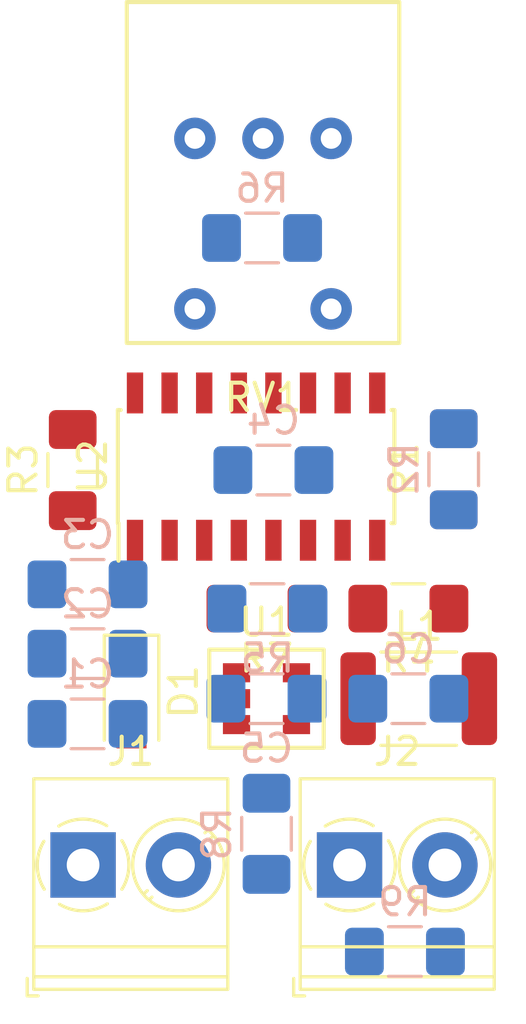
<source format=kicad_pcb>
(kicad_pcb (version 20171130) (host pcbnew 5.0.2+dfsg1-1)

  (general
    (thickness 1.6)
    (drawings 0)
    (tracks 1)
    (zones 0)
    (modules 22)
    (nets 16)
  )

  (page A4)
  (layers
    (0 F.Cu signal)
    (31 B.Cu signal)
    (32 B.Adhes user)
    (33 F.Adhes user)
    (34 B.Paste user)
    (35 F.Paste user)
    (36 B.SilkS user)
    (37 F.SilkS user)
    (38 B.Mask user)
    (39 F.Mask user)
    (40 Dwgs.User user)
    (41 Cmts.User user)
    (42 Eco1.User user)
    (43 Eco2.User user)
    (44 Edge.Cuts user)
    (45 Margin user)
    (46 B.CrtYd user)
    (47 F.CrtYd user)
    (48 B.Fab user)
    (49 F.Fab user hide)
  )

  (setup
    (last_trace_width 0.25)
    (trace_clearance 0.2)
    (zone_clearance 0.508)
    (zone_45_only no)
    (trace_min 0.2)
    (segment_width 0.2)
    (edge_width 0.1)
    (via_size 0.8)
    (via_drill 0.4)
    (via_min_size 0.4)
    (via_min_drill 0.3)
    (uvia_size 0.3)
    (uvia_drill 0.1)
    (uvias_allowed no)
    (uvia_min_size 0.2)
    (uvia_min_drill 0.1)
    (pcb_text_width 0.3)
    (pcb_text_size 1.5 1.5)
    (mod_edge_width 0.15)
    (mod_text_size 1 1)
    (mod_text_width 0.15)
    (pad_size 1.5 1.5)
    (pad_drill 0.6)
    (pad_to_mask_clearance 0)
    (solder_mask_min_width 0.25)
    (aux_axis_origin 0 0)
    (visible_elements FFFDFF7F)
    (pcbplotparams
      (layerselection 0x010fc_ffffffff)
      (usegerberextensions false)
      (usegerberattributes false)
      (usegerberadvancedattributes false)
      (creategerberjobfile false)
      (excludeedgelayer true)
      (linewidth 0.100000)
      (plotframeref false)
      (viasonmask false)
      (mode 1)
      (useauxorigin false)
      (hpglpennumber 1)
      (hpglpenspeed 20)
      (hpglpendiameter 15.000000)
      (psnegative false)
      (psa4output false)
      (plotreference true)
      (plotvalue true)
      (plotinvisibletext false)
      (padsonsilk false)
      (subtractmaskfromsilk false)
      (outputformat 1)
      (mirror false)
      (drillshape 1)
      (scaleselection 1)
      (outputdirectory ""))
  )

  (net 0 "")
  (net 1 GND)
  (net 2 "Net-(C1-Pad1)")
  (net 3 "Net-(L1-Pad1)")
  (net 4 "Net-(R7-Pad2)")
  (net 5 "Net-(C6-Pad1)")
  (net 6 "Net-(D1-Pad2)")
  (net 7 "Net-(J2-Pad2)")
  (net 8 Vref)
  (net 9 "Net-(U2-Pad10)")
  (net 10 "Net-(U2-Pad16)")
  (net 11 "Net-(R4-Pad2)")
  (net 12 "Net-(R6-Pad2)")
  (net 13 "Net-(C4-Pad1)")
  (net 14 "Net-(R1-Pad1)")
  (net 15 "Net-(R7-Pad1)")

  (net_class Default "This is the default net class."
    (clearance 0.2)
    (trace_width 0.25)
    (via_dia 0.8)
    (via_drill 0.4)
    (uvia_dia 0.3)
    (uvia_drill 0.1)
    (add_net GND)
    (add_net "Net-(C1-Pad1)")
    (add_net "Net-(C4-Pad1)")
    (add_net "Net-(C6-Pad1)")
    (add_net "Net-(D1-Pad2)")
    (add_net "Net-(J2-Pad2)")
    (add_net "Net-(L1-Pad1)")
    (add_net "Net-(R1-Pad1)")
    (add_net "Net-(R4-Pad2)")
    (add_net "Net-(R6-Pad2)")
    (add_net "Net-(R7-Pad1)")
    (add_net "Net-(R7-Pad2)")
    (add_net "Net-(U2-Pad10)")
    (add_net "Net-(U2-Pad16)")
    (add_net Vref)
  )

  (module TerminalBlock_Phoenix:TerminalBlock_Phoenix_PT-1,5-2-3.5-H_1x02_P3.50mm_Horizontal (layer F.Cu) (tedit 5B294F3F) (tstamp 5C51D1A5)
    (at 114.554 90.678)
    (descr "Terminal Block Phoenix PT-1,5-2-3.5-H, 2 pins, pitch 3.5mm, size 7x7.6mm^2, drill diamater 1.2mm, pad diameter 2.4mm, see , script-generated using https://github.com/pointhi/kicad-footprint-generator/scripts/TerminalBlock_Phoenix")
    (tags "THT Terminal Block Phoenix PT-1,5-2-3.5-H pitch 3.5mm size 7x7.6mm^2 drill 1.2mm pad 2.4mm")
    (path /5C3990C6)
    (fp_text reference J1 (at 1.75 -4.16) (layer F.SilkS)
      (effects (font (size 1 1) (thickness 0.15)))
    )
    (fp_text value Screw_Terminal_01x02 (at 1.75 5.56) (layer F.Fab)
      (effects (font (size 1 1) (thickness 0.15)))
    )
    (fp_arc (start 0 0) (end 0 1.68) (angle -32) (layer F.SilkS) (width 0.12))
    (fp_arc (start 0 0) (end 1.425 0.891) (angle -64) (layer F.SilkS) (width 0.12))
    (fp_arc (start 0 0) (end 0.866 -1.44) (angle -63) (layer F.SilkS) (width 0.12))
    (fp_arc (start 0 0) (end -1.44 -0.866) (angle -63) (layer F.SilkS) (width 0.12))
    (fp_arc (start 0 0) (end -0.866 1.44) (angle -32) (layer F.SilkS) (width 0.12))
    (fp_circle (center 0 0) (end 1.5 0) (layer F.Fab) (width 0.1))
    (fp_circle (center 3.5 0) (end 5 0) (layer F.Fab) (width 0.1))
    (fp_circle (center 3.5 0) (end 5.18 0) (layer F.SilkS) (width 0.12))
    (fp_line (start -1.75 -3.1) (end 5.25 -3.1) (layer F.Fab) (width 0.1))
    (fp_line (start 5.25 -3.1) (end 5.25 4.5) (layer F.Fab) (width 0.1))
    (fp_line (start 5.25 4.5) (end -1.35 4.5) (layer F.Fab) (width 0.1))
    (fp_line (start -1.35 4.5) (end -1.75 4.1) (layer F.Fab) (width 0.1))
    (fp_line (start -1.75 4.1) (end -1.75 -3.1) (layer F.Fab) (width 0.1))
    (fp_line (start -1.75 4.1) (end 5.25 4.1) (layer F.Fab) (width 0.1))
    (fp_line (start -1.81 4.1) (end 5.31 4.1) (layer F.SilkS) (width 0.12))
    (fp_line (start -1.75 3) (end 5.25 3) (layer F.Fab) (width 0.1))
    (fp_line (start -1.81 3) (end 5.31 3) (layer F.SilkS) (width 0.12))
    (fp_line (start -1.81 -3.16) (end 5.31 -3.16) (layer F.SilkS) (width 0.12))
    (fp_line (start -1.81 4.56) (end 5.31 4.56) (layer F.SilkS) (width 0.12))
    (fp_line (start -1.81 -3.16) (end -1.81 4.56) (layer F.SilkS) (width 0.12))
    (fp_line (start 5.31 -3.16) (end 5.31 4.56) (layer F.SilkS) (width 0.12))
    (fp_line (start 1.138 -0.955) (end -0.955 1.138) (layer F.Fab) (width 0.1))
    (fp_line (start 0.955 -1.138) (end -1.138 0.955) (layer F.Fab) (width 0.1))
    (fp_line (start 4.638 -0.955) (end 2.546 1.138) (layer F.Fab) (width 0.1))
    (fp_line (start 4.455 -1.138) (end 2.363 0.955) (layer F.Fab) (width 0.1))
    (fp_line (start 4.775 -1.069) (end 4.646 -0.941) (layer F.SilkS) (width 0.12))
    (fp_line (start 2.525 1.181) (end 2.431 1.274) (layer F.SilkS) (width 0.12))
    (fp_line (start 4.57 -1.275) (end 4.476 -1.181) (layer F.SilkS) (width 0.12))
    (fp_line (start 2.355 0.941) (end 2.226 1.069) (layer F.SilkS) (width 0.12))
    (fp_line (start -2.05 4.16) (end -2.05 4.8) (layer F.SilkS) (width 0.12))
    (fp_line (start -2.05 4.8) (end -1.65 4.8) (layer F.SilkS) (width 0.12))
    (fp_line (start -2.25 -3.6) (end -2.25 5) (layer F.CrtYd) (width 0.05))
    (fp_line (start -2.25 5) (end 5.75 5) (layer F.CrtYd) (width 0.05))
    (fp_line (start 5.75 5) (end 5.75 -3.6) (layer F.CrtYd) (width 0.05))
    (fp_line (start 5.75 -3.6) (end -2.25 -3.6) (layer F.CrtYd) (width 0.05))
    (fp_text user %R (at 1.75 2.4) (layer F.Fab)
      (effects (font (size 1 1) (thickness 0.15)))
    )
    (pad 1 thru_hole rect (at 0 0) (size 2.4 2.4) (drill 1.2) (layers *.Cu *.Mask)
      (net 6 "Net-(D1-Pad2)"))
    (pad 2 thru_hole circle (at 3.5 0) (size 2.4 2.4) (drill 1.2) (layers *.Cu *.Mask)
      (net 1 GND))
    (model ${KISYS3DMOD}/TerminalBlock_Phoenix.3dshapes/TerminalBlock_Phoenix_PT-1,5-2-3.5-H_1x02_P3.50mm_Horizontal.wrl
      (at (xyz 0 0 0))
      (scale (xyz 1 1 1))
      (rotate (xyz 0 0 0))
    )
  )

  (module Diode_SMD:D_SOD-123F (layer F.Cu) (tedit 587F7769) (tstamp 5C46D1A3)
    (at 116.332 84.455 270)
    (descr D_SOD-123F)
    (tags D_SOD-123F)
    (path /5C4FE67B)
    (attr smd)
    (fp_text reference D1 (at -0.127 -1.905 270) (layer F.SilkS)
      (effects (font (size 1 1) (thickness 0.15)))
    )
    (fp_text value D_Schottky (at 0 2.1 270) (layer F.Fab)
      (effects (font (size 1 1) (thickness 0.15)))
    )
    (fp_text user %R (at -0.127 -1.905 270) (layer F.Fab)
      (effects (font (size 1 1) (thickness 0.15)))
    )
    (fp_line (start -2.2 -1) (end -2.2 1) (layer F.SilkS) (width 0.12))
    (fp_line (start 0.25 0) (end 0.75 0) (layer F.Fab) (width 0.1))
    (fp_line (start 0.25 0.4) (end -0.35 0) (layer F.Fab) (width 0.1))
    (fp_line (start 0.25 -0.4) (end 0.25 0.4) (layer F.Fab) (width 0.1))
    (fp_line (start -0.35 0) (end 0.25 -0.4) (layer F.Fab) (width 0.1))
    (fp_line (start -0.35 0) (end -0.35 0.55) (layer F.Fab) (width 0.1))
    (fp_line (start -0.35 0) (end -0.35 -0.55) (layer F.Fab) (width 0.1))
    (fp_line (start -0.75 0) (end -0.35 0) (layer F.Fab) (width 0.1))
    (fp_line (start -1.4 0.9) (end -1.4 -0.9) (layer F.Fab) (width 0.1))
    (fp_line (start 1.4 0.9) (end -1.4 0.9) (layer F.Fab) (width 0.1))
    (fp_line (start 1.4 -0.9) (end 1.4 0.9) (layer F.Fab) (width 0.1))
    (fp_line (start -1.4 -0.9) (end 1.4 -0.9) (layer F.Fab) (width 0.1))
    (fp_line (start -2.2 -1.15) (end 2.2 -1.15) (layer F.CrtYd) (width 0.05))
    (fp_line (start 2.2 -1.15) (end 2.2 1.15) (layer F.CrtYd) (width 0.05))
    (fp_line (start 2.2 1.15) (end -2.2 1.15) (layer F.CrtYd) (width 0.05))
    (fp_line (start -2.2 -1.15) (end -2.2 1.15) (layer F.CrtYd) (width 0.05))
    (fp_line (start -2.2 1) (end 1.65 1) (layer F.SilkS) (width 0.12))
    (fp_line (start -2.2 -1) (end 1.65 -1) (layer F.SilkS) (width 0.12))
    (pad 1 smd rect (at -1.4 0 270) (size 1.1 1.1) (layers F.Cu F.Paste F.Mask)
      (net 2 "Net-(C1-Pad1)"))
    (pad 2 smd rect (at 1.4 0 270) (size 1.1 1.1) (layers F.Cu F.Paste F.Mask)
      (net 6 "Net-(D1-Pad2)"))
    (model ${KISYS3DMOD}/Diode_SMD.3dshapes/D_SOD-123F.wrl
      (at (xyz 0 0 0))
      (scale (xyz 1 1 1))
      (rotate (xyz 0 0 0))
    )
  )

  (module ledcont:P091_S (layer F.Cu) (tedit 5C46A6F7) (tstamp 5C51D17B)
    (at 121.158 74.041 180)
    (path /5C458CC6)
    (fp_text reference RV1 (at 0 0.5 180) (layer F.SilkS)
      (effects (font (size 1 1) (thickness 0.15)))
    )
    (fp_text value SPST (at 0 -0.5 180) (layer F.Fab)
      (effects (font (size 1 1) (thickness 0.15)))
    )
    (fp_line (start 5 2.5) (end 5 15) (layer F.SilkS) (width 0.15))
    (fp_line (start -5 2.5) (end 5 2.5) (layer F.SilkS) (width 0.15))
    (fp_line (start -5 15) (end -5 2.5) (layer F.SilkS) (width 0.15))
    (fp_line (start 5 15) (end -5 15) (layer F.SilkS) (width 0.15))
    (pad 5 thru_hole circle (at 2.5 3.75 180) (size 1.524 1.524) (drill 0.762) (layers *.Cu *.Mask)
      (net 2 "Net-(C1-Pad1)"))
    (pad 4 thru_hole circle (at -2.5 3.75 180) (size 1.524 1.524) (drill 0.762) (layers *.Cu *.Mask)
      (net 13 "Net-(C4-Pad1)"))
    (pad 3 thru_hole circle (at 2.5 10 180) (size 1.524 1.524) (drill 0.762) (layers *.Cu *.Mask)
      (net 12 "Net-(R6-Pad2)"))
    (pad 2 thru_hole circle (at 0 10 180) (size 1.524 1.524) (drill 0.762) (layers *.Cu *.Mask)
      (net 1 GND))
    (pad 1 thru_hole circle (at -2.5 10 180) (size 1.524 1.524) (drill 0.762) (layers *.Cu *.Mask)
      (net 1 GND))
  )

  (module Resistor_SMD:R_1206_3216Metric_Pad1.42x1.75mm_HandSolder (layer B.Cu) (tedit 5B301BBD) (tstamp 5C51E927)
    (at 121.285 89.535 270)
    (descr "Resistor SMD 1206 (3216 Metric), square (rectangular) end terminal, IPC_7351 nominal with elongated pad for handsoldering. (Body size source: http://www.tortai-tech.com/upload/download/2011102023233369053.pdf), generated with kicad-footprint-generator")
    (tags "resistor handsolder")
    (path /5C392C2B)
    (attr smd)
    (fp_text reference R8 (at 0 1.82 270) (layer B.SilkS)
      (effects (font (size 1 1) (thickness 0.15)) (justify mirror))
    )
    (fp_text value 1k (at 0 -1.82 270) (layer B.Fab)
      (effects (font (size 1 1) (thickness 0.15)) (justify mirror))
    )
    (fp_line (start -1.6 -0.8) (end -1.6 0.8) (layer B.Fab) (width 0.1))
    (fp_line (start -1.6 0.8) (end 1.6 0.8) (layer B.Fab) (width 0.1))
    (fp_line (start 1.6 0.8) (end 1.6 -0.8) (layer B.Fab) (width 0.1))
    (fp_line (start 1.6 -0.8) (end -1.6 -0.8) (layer B.Fab) (width 0.1))
    (fp_line (start -0.602064 0.91) (end 0.602064 0.91) (layer B.SilkS) (width 0.12))
    (fp_line (start -0.602064 -0.91) (end 0.602064 -0.91) (layer B.SilkS) (width 0.12))
    (fp_line (start -2.45 -1.12) (end -2.45 1.12) (layer B.CrtYd) (width 0.05))
    (fp_line (start -2.45 1.12) (end 2.45 1.12) (layer B.CrtYd) (width 0.05))
    (fp_line (start 2.45 1.12) (end 2.45 -1.12) (layer B.CrtYd) (width 0.05))
    (fp_line (start 2.45 -1.12) (end -2.45 -1.12) (layer B.CrtYd) (width 0.05))
    (fp_text user %R (at 0 0 270) (layer B.Fab)
      (effects (font (size 0.8 0.8) (thickness 0.12)) (justify mirror))
    )
    (pad 1 smd roundrect (at -1.4875 0 270) (size 1.425 1.75) (layers B.Cu B.Paste B.Mask) (roundrect_rratio 0.175439)
      (net 4 "Net-(R7-Pad2)"))
    (pad 2 smd roundrect (at 1.4875 0 270) (size 1.425 1.75) (layers B.Cu B.Paste B.Mask) (roundrect_rratio 0.175439)
      (net 7 "Net-(J2-Pad2)"))
    (model ${KISYS3DMOD}/Resistor_SMD.3dshapes/R_1206_3216Metric.wrl
      (at (xyz 0 0 0))
      (scale (xyz 1 1 1))
      (rotate (xyz 0 0 0))
    )
  )

  (module Capacitor_SMD:C_1206_3216Metric_Pad1.42x1.75mm_HandSolder (layer B.Cu) (tedit 5B301BBE) (tstamp 5C51D317)
    (at 114.7175 85.505 180)
    (descr "Capacitor SMD 1206 (3216 Metric), square (rectangular) end terminal, IPC_7351 nominal with elongated pad for handsoldering. (Body size source: http://www.tortai-tech.com/upload/download/2011102023233369053.pdf), generated with kicad-footprint-generator")
    (tags "capacitor handsolder")
    (path /5C508752)
    (attr smd)
    (fp_text reference C1 (at 0 1.82 180) (layer B.SilkS)
      (effects (font (size 1 1) (thickness 0.15)) (justify mirror))
    )
    (fp_text value 10uF (at 0 -1.82 180) (layer B.Fab)
      (effects (font (size 1 1) (thickness 0.15)) (justify mirror))
    )
    (fp_text user %R (at 0 0 180) (layer B.Fab)
      (effects (font (size 0.8 0.8) (thickness 0.12)) (justify mirror))
    )
    (fp_line (start 2.45 -1.12) (end -2.45 -1.12) (layer B.CrtYd) (width 0.05))
    (fp_line (start 2.45 1.12) (end 2.45 -1.12) (layer B.CrtYd) (width 0.05))
    (fp_line (start -2.45 1.12) (end 2.45 1.12) (layer B.CrtYd) (width 0.05))
    (fp_line (start -2.45 -1.12) (end -2.45 1.12) (layer B.CrtYd) (width 0.05))
    (fp_line (start -0.602064 -0.91) (end 0.602064 -0.91) (layer B.SilkS) (width 0.12))
    (fp_line (start -0.602064 0.91) (end 0.602064 0.91) (layer B.SilkS) (width 0.12))
    (fp_line (start 1.6 -0.8) (end -1.6 -0.8) (layer B.Fab) (width 0.1))
    (fp_line (start 1.6 0.8) (end 1.6 -0.8) (layer B.Fab) (width 0.1))
    (fp_line (start -1.6 0.8) (end 1.6 0.8) (layer B.Fab) (width 0.1))
    (fp_line (start -1.6 -0.8) (end -1.6 0.8) (layer B.Fab) (width 0.1))
    (pad 2 smd roundrect (at 1.4875 0 180) (size 1.425 1.75) (layers B.Cu B.Paste B.Mask) (roundrect_rratio 0.175439)
      (net 1 GND))
    (pad 1 smd roundrect (at -1.4875 0 180) (size 1.425 1.75) (layers B.Cu B.Paste B.Mask) (roundrect_rratio 0.175439)
      (net 2 "Net-(C1-Pad1)"))
    (model ${KISYS3DMOD}/Capacitor_SMD.3dshapes/C_1206_3216Metric.wrl
      (at (xyz 0 0 0))
      (scale (xyz 1 1 1))
      (rotate (xyz 0 0 0))
    )
  )

  (module Capacitor_SMD:C_1206_3216Metric_Pad1.42x1.75mm_HandSolder (layer B.Cu) (tedit 5B301BBE) (tstamp 5C51D306)
    (at 114.7175 82.931 180)
    (descr "Capacitor SMD 1206 (3216 Metric), square (rectangular) end terminal, IPC_7351 nominal with elongated pad for handsoldering. (Body size source: http://www.tortai-tech.com/upload/download/2011102023233369053.pdf), generated with kicad-footprint-generator")
    (tags "capacitor handsolder")
    (path /5C50882D)
    (attr smd)
    (fp_text reference C2 (at 0 1.82 180) (layer B.SilkS)
      (effects (font (size 1 1) (thickness 0.15)) (justify mirror))
    )
    (fp_text value 1uF (at 0 -1.82 180) (layer B.Fab)
      (effects (font (size 1 1) (thickness 0.15)) (justify mirror))
    )
    (fp_line (start -1.6 -0.8) (end -1.6 0.8) (layer B.Fab) (width 0.1))
    (fp_line (start -1.6 0.8) (end 1.6 0.8) (layer B.Fab) (width 0.1))
    (fp_line (start 1.6 0.8) (end 1.6 -0.8) (layer B.Fab) (width 0.1))
    (fp_line (start 1.6 -0.8) (end -1.6 -0.8) (layer B.Fab) (width 0.1))
    (fp_line (start -0.602064 0.91) (end 0.602064 0.91) (layer B.SilkS) (width 0.12))
    (fp_line (start -0.602064 -0.91) (end 0.602064 -0.91) (layer B.SilkS) (width 0.12))
    (fp_line (start -2.45 -1.12) (end -2.45 1.12) (layer B.CrtYd) (width 0.05))
    (fp_line (start -2.45 1.12) (end 2.45 1.12) (layer B.CrtYd) (width 0.05))
    (fp_line (start 2.45 1.12) (end 2.45 -1.12) (layer B.CrtYd) (width 0.05))
    (fp_line (start 2.45 -1.12) (end -2.45 -1.12) (layer B.CrtYd) (width 0.05))
    (fp_text user %R (at 0 0 180) (layer B.Fab)
      (effects (font (size 0.8 0.8) (thickness 0.12)) (justify mirror))
    )
    (pad 1 smd roundrect (at -1.4875 0 180) (size 1.425 1.75) (layers B.Cu B.Paste B.Mask) (roundrect_rratio 0.175439)
      (net 2 "Net-(C1-Pad1)"))
    (pad 2 smd roundrect (at 1.4875 0 180) (size 1.425 1.75) (layers B.Cu B.Paste B.Mask) (roundrect_rratio 0.175439)
      (net 1 GND))
    (model ${KISYS3DMOD}/Capacitor_SMD.3dshapes/C_1206_3216Metric.wrl
      (at (xyz 0 0 0))
      (scale (xyz 1 1 1))
      (rotate (xyz 0 0 0))
    )
  )

  (module Capacitor_SMD:C_1206_3216Metric_Pad1.42x1.75mm_HandSolder (layer B.Cu) (tedit 5B301BBE) (tstamp 5C51D2F5)
    (at 114.7175 80.391 180)
    (descr "Capacitor SMD 1206 (3216 Metric), square (rectangular) end terminal, IPC_7351 nominal with elongated pad for handsoldering. (Body size source: http://www.tortai-tech.com/upload/download/2011102023233369053.pdf), generated with kicad-footprint-generator")
    (tags "capacitor handsolder")
    (path /5C50887B)
    (attr smd)
    (fp_text reference C3 (at 0 1.82 180) (layer B.SilkS)
      (effects (font (size 1 1) (thickness 0.15)) (justify mirror))
    )
    (fp_text value .1uF (at 0 -1.82 180) (layer B.Fab)
      (effects (font (size 1 1) (thickness 0.15)) (justify mirror))
    )
    (fp_text user %R (at 0 0 180) (layer B.Fab)
      (effects (font (size 0.8 0.8) (thickness 0.12)) (justify mirror))
    )
    (fp_line (start 2.45 -1.12) (end -2.45 -1.12) (layer B.CrtYd) (width 0.05))
    (fp_line (start 2.45 1.12) (end 2.45 -1.12) (layer B.CrtYd) (width 0.05))
    (fp_line (start -2.45 1.12) (end 2.45 1.12) (layer B.CrtYd) (width 0.05))
    (fp_line (start -2.45 -1.12) (end -2.45 1.12) (layer B.CrtYd) (width 0.05))
    (fp_line (start -0.602064 -0.91) (end 0.602064 -0.91) (layer B.SilkS) (width 0.12))
    (fp_line (start -0.602064 0.91) (end 0.602064 0.91) (layer B.SilkS) (width 0.12))
    (fp_line (start 1.6 -0.8) (end -1.6 -0.8) (layer B.Fab) (width 0.1))
    (fp_line (start 1.6 0.8) (end 1.6 -0.8) (layer B.Fab) (width 0.1))
    (fp_line (start -1.6 0.8) (end 1.6 0.8) (layer B.Fab) (width 0.1))
    (fp_line (start -1.6 -0.8) (end -1.6 0.8) (layer B.Fab) (width 0.1))
    (pad 2 smd roundrect (at 1.4875 0 180) (size 1.425 1.75) (layers B.Cu B.Paste B.Mask) (roundrect_rratio 0.175439)
      (net 1 GND))
    (pad 1 smd roundrect (at -1.4875 0 180) (size 1.425 1.75) (layers B.Cu B.Paste B.Mask) (roundrect_rratio 0.175439)
      (net 2 "Net-(C1-Pad1)"))
    (model ${KISYS3DMOD}/Capacitor_SMD.3dshapes/C_1206_3216Metric.wrl
      (at (xyz 0 0 0))
      (scale (xyz 1 1 1))
      (rotate (xyz 0 0 0))
    )
  )

  (module Capacitor_SMD:C_1206_3216Metric_Pad1.42x1.75mm_HandSolder (layer B.Cu) (tedit 5B301BBE) (tstamp 5C51D2E4)
    (at 121.539 76.2 180)
    (descr "Capacitor SMD 1206 (3216 Metric), square (rectangular) end terminal, IPC_7351 nominal with elongated pad for handsoldering. (Body size source: http://www.tortai-tech.com/upload/download/2011102023233369053.pdf), generated with kicad-footprint-generator")
    (tags "capacitor handsolder")
    (path /5C5F10E6)
    (attr smd)
    (fp_text reference C4 (at 0 1.82 180) (layer B.SilkS)
      (effects (font (size 1 1) (thickness 0.15)) (justify mirror))
    )
    (fp_text value .1uF (at 0 -1.82 180) (layer B.Fab)
      (effects (font (size 1 1) (thickness 0.15)) (justify mirror))
    )
    (fp_line (start -1.6 -0.8) (end -1.6 0.8) (layer B.Fab) (width 0.1))
    (fp_line (start -1.6 0.8) (end 1.6 0.8) (layer B.Fab) (width 0.1))
    (fp_line (start 1.6 0.8) (end 1.6 -0.8) (layer B.Fab) (width 0.1))
    (fp_line (start 1.6 -0.8) (end -1.6 -0.8) (layer B.Fab) (width 0.1))
    (fp_line (start -0.602064 0.91) (end 0.602064 0.91) (layer B.SilkS) (width 0.12))
    (fp_line (start -0.602064 -0.91) (end 0.602064 -0.91) (layer B.SilkS) (width 0.12))
    (fp_line (start -2.45 -1.12) (end -2.45 1.12) (layer B.CrtYd) (width 0.05))
    (fp_line (start -2.45 1.12) (end 2.45 1.12) (layer B.CrtYd) (width 0.05))
    (fp_line (start 2.45 1.12) (end 2.45 -1.12) (layer B.CrtYd) (width 0.05))
    (fp_line (start 2.45 -1.12) (end -2.45 -1.12) (layer B.CrtYd) (width 0.05))
    (fp_text user %R (at 0 0 180) (layer B.Fab)
      (effects (font (size 0.8 0.8) (thickness 0.12)) (justify mirror))
    )
    (pad 1 smd roundrect (at -1.4875 0 180) (size 1.425 1.75) (layers B.Cu B.Paste B.Mask) (roundrect_rratio 0.175439)
      (net 13 "Net-(C4-Pad1)"))
    (pad 2 smd roundrect (at 1.4875 0 180) (size 1.425 1.75) (layers B.Cu B.Paste B.Mask) (roundrect_rratio 0.175439)
      (net 1 GND))
    (model ${KISYS3DMOD}/Capacitor_SMD.3dshapes/C_1206_3216Metric.wrl
      (at (xyz 0 0 0))
      (scale (xyz 1 1 1))
      (rotate (xyz 0 0 0))
    )
  )

  (module Capacitor_SMD:C_1206_3216Metric_Pad1.42x1.75mm_HandSolder (layer B.Cu) (tedit 5B301BBE) (tstamp 5C51D2D3)
    (at 121.285 84.582)
    (descr "Capacitor SMD 1206 (3216 Metric), square (rectangular) end terminal, IPC_7351 nominal with elongated pad for handsoldering. (Body size source: http://www.tortai-tech.com/upload/download/2011102023233369053.pdf), generated with kicad-footprint-generator")
    (tags "capacitor handsolder")
    (path /5C3A8858)
    (attr smd)
    (fp_text reference C5 (at 0 1.82) (layer B.SilkS)
      (effects (font (size 1 1) (thickness 0.15)) (justify mirror))
    )
    (fp_text value 10uF (at 0 -1.82) (layer B.Fab)
      (effects (font (size 1 1) (thickness 0.15)) (justify mirror))
    )
    (fp_text user %R (at 0 0) (layer B.Fab)
      (effects (font (size 0.8 0.8) (thickness 0.12)) (justify mirror))
    )
    (fp_line (start 2.45 -1.12) (end -2.45 -1.12) (layer B.CrtYd) (width 0.05))
    (fp_line (start 2.45 1.12) (end 2.45 -1.12) (layer B.CrtYd) (width 0.05))
    (fp_line (start -2.45 1.12) (end 2.45 1.12) (layer B.CrtYd) (width 0.05))
    (fp_line (start -2.45 -1.12) (end -2.45 1.12) (layer B.CrtYd) (width 0.05))
    (fp_line (start -0.602064 -0.91) (end 0.602064 -0.91) (layer B.SilkS) (width 0.12))
    (fp_line (start -0.602064 0.91) (end 0.602064 0.91) (layer B.SilkS) (width 0.12))
    (fp_line (start 1.6 -0.8) (end -1.6 -0.8) (layer B.Fab) (width 0.1))
    (fp_line (start 1.6 0.8) (end 1.6 -0.8) (layer B.Fab) (width 0.1))
    (fp_line (start -1.6 0.8) (end 1.6 0.8) (layer B.Fab) (width 0.1))
    (fp_line (start -1.6 -0.8) (end -1.6 0.8) (layer B.Fab) (width 0.1))
    (pad 2 smd roundrect (at 1.4875 0) (size 1.425 1.75) (layers B.Cu B.Paste B.Mask) (roundrect_rratio 0.175439)
      (net 1 GND))
    (pad 1 smd roundrect (at -1.4875 0) (size 1.425 1.75) (layers B.Cu B.Paste B.Mask) (roundrect_rratio 0.175439)
      (net 2 "Net-(C1-Pad1)"))
    (model ${KISYS3DMOD}/Capacitor_SMD.3dshapes/C_1206_3216Metric.wrl
      (at (xyz 0 0 0))
      (scale (xyz 1 1 1))
      (rotate (xyz 0 0 0))
    )
  )

  (module Capacitor_SMD:C_1206_3216Metric_Pad1.42x1.75mm_HandSolder (layer B.Cu) (tedit 5B301BBE) (tstamp 5C51D2C2)
    (at 126.492 84.582 180)
    (descr "Capacitor SMD 1206 (3216 Metric), square (rectangular) end terminal, IPC_7351 nominal with elongated pad for handsoldering. (Body size source: http://www.tortai-tech.com/upload/download/2011102023233369053.pdf), generated with kicad-footprint-generator")
    (tags "capacitor handsolder")
    (path /5C39E1C8)
    (attr smd)
    (fp_text reference C6 (at 0 1.82 180) (layer B.SilkS)
      (effects (font (size 1 1) (thickness 0.15)) (justify mirror))
    )
    (fp_text value 10uF (at 0 -1.82 180) (layer B.Fab)
      (effects (font (size 1 1) (thickness 0.15)) (justify mirror))
    )
    (fp_line (start -1.6 -0.8) (end -1.6 0.8) (layer B.Fab) (width 0.1))
    (fp_line (start -1.6 0.8) (end 1.6 0.8) (layer B.Fab) (width 0.1))
    (fp_line (start 1.6 0.8) (end 1.6 -0.8) (layer B.Fab) (width 0.1))
    (fp_line (start 1.6 -0.8) (end -1.6 -0.8) (layer B.Fab) (width 0.1))
    (fp_line (start -0.602064 0.91) (end 0.602064 0.91) (layer B.SilkS) (width 0.12))
    (fp_line (start -0.602064 -0.91) (end 0.602064 -0.91) (layer B.SilkS) (width 0.12))
    (fp_line (start -2.45 -1.12) (end -2.45 1.12) (layer B.CrtYd) (width 0.05))
    (fp_line (start -2.45 1.12) (end 2.45 1.12) (layer B.CrtYd) (width 0.05))
    (fp_line (start 2.45 1.12) (end 2.45 -1.12) (layer B.CrtYd) (width 0.05))
    (fp_line (start 2.45 -1.12) (end -2.45 -1.12) (layer B.CrtYd) (width 0.05))
    (fp_text user %R (at 0 0 180) (layer B.Fab)
      (effects (font (size 0.8 0.8) (thickness 0.12)) (justify mirror))
    )
    (pad 1 smd roundrect (at -1.4875 0 180) (size 1.425 1.75) (layers B.Cu B.Paste B.Mask) (roundrect_rratio 0.175439)
      (net 5 "Net-(C6-Pad1)"))
    (pad 2 smd roundrect (at 1.4875 0 180) (size 1.425 1.75) (layers B.Cu B.Paste B.Mask) (roundrect_rratio 0.175439)
      (net 1 GND))
    (model ${KISYS3DMOD}/Capacitor_SMD.3dshapes/C_1206_3216Metric.wrl
      (at (xyz 0 0 0))
      (scale (xyz 1 1 1))
      (rotate (xyz 0 0 0))
    )
  )

  (module Inductor_SMD:L_1812_4532Metric_Pad1.30x3.40mm_HandSolder (layer F.Cu) (tedit 5B301BBE) (tstamp 5C51D29E)
    (at 126.873 84.582)
    (descr "Capacitor SMD 1812 (4532 Metric), square (rectangular) end terminal, IPC_7351 nominal with elongated pad for handsoldering. (Body size source: https://www.nikhef.nl/pub/departments/mt/projects/detectorR_D/dtddice/ERJ2G.pdf), generated with kicad-footprint-generator")
    (tags "inductor handsolder")
    (path /5C39E447)
    (attr smd)
    (fp_text reference L1 (at 0 -2.65) (layer F.SilkS)
      (effects (font (size 1 1) (thickness 0.15)))
    )
    (fp_text value 4.7uH (at 0 2.65) (layer F.Fab)
      (effects (font (size 1 1) (thickness 0.15)))
    )
    (fp_line (start -2.25 1.6) (end -2.25 -1.6) (layer F.Fab) (width 0.1))
    (fp_line (start -2.25 -1.6) (end 2.25 -1.6) (layer F.Fab) (width 0.1))
    (fp_line (start 2.25 -1.6) (end 2.25 1.6) (layer F.Fab) (width 0.1))
    (fp_line (start 2.25 1.6) (end -2.25 1.6) (layer F.Fab) (width 0.1))
    (fp_line (start -1.386252 -1.71) (end 1.386252 -1.71) (layer F.SilkS) (width 0.12))
    (fp_line (start -1.386252 1.71) (end 1.386252 1.71) (layer F.SilkS) (width 0.12))
    (fp_line (start -3.12 1.95) (end -3.12 -1.95) (layer F.CrtYd) (width 0.05))
    (fp_line (start -3.12 -1.95) (end 3.12 -1.95) (layer F.CrtYd) (width 0.05))
    (fp_line (start 3.12 -1.95) (end 3.12 1.95) (layer F.CrtYd) (width 0.05))
    (fp_line (start 3.12 1.95) (end -3.12 1.95) (layer F.CrtYd) (width 0.05))
    (fp_text user %R (at 0 0) (layer F.Fab)
      (effects (font (size 1 1) (thickness 0.15)))
    )
    (pad 1 smd roundrect (at -2.225 0) (size 1.3 3.4) (layers F.Cu F.Paste F.Mask) (roundrect_rratio 0.192308)
      (net 3 "Net-(L1-Pad1)"))
    (pad 2 smd roundrect (at 2.225 0) (size 1.3 3.4) (layers F.Cu F.Paste F.Mask) (roundrect_rratio 0.192308)
      (net 5 "Net-(C6-Pad1)"))
    (model ${KISYS3DMOD}/Inductor_SMD.3dshapes/L_1812_4532Metric.wrl
      (at (xyz 0 0 0))
      (scale (xyz 1 1 1))
      (rotate (xyz 0 0 0))
    )
  )

  (module Package_SO:SOIC-16_3.9x9.9mm_P1.27mm (layer F.Cu) (tedit 5A02F2D3) (tstamp 5C51D28D)
    (at 120.904 76.073 90)
    (descr "16-Lead Plastic Small Outline (SL) - Narrow, 3.90 mm Body [SOIC] (see Microchip Packaging Specification 00000049BS.pdf)")
    (tags "SOIC 1.27")
    (path /5C4640C2)
    (attr smd)
    (fp_text reference U2 (at 0 -6 90) (layer F.SilkS)
      (effects (font (size 1 1) (thickness 0.15)))
    )
    (fp_text value TSM102A (at 0 6 90) (layer F.Fab)
      (effects (font (size 1 1) (thickness 0.15)))
    )
    (fp_text user %R (at 0 0 90) (layer F.Fab)
      (effects (font (size 0.9 0.9) (thickness 0.135)))
    )
    (fp_line (start -0.95 -4.95) (end 1.95 -4.95) (layer F.Fab) (width 0.15))
    (fp_line (start 1.95 -4.95) (end 1.95 4.95) (layer F.Fab) (width 0.15))
    (fp_line (start 1.95 4.95) (end -1.95 4.95) (layer F.Fab) (width 0.15))
    (fp_line (start -1.95 4.95) (end -1.95 -3.95) (layer F.Fab) (width 0.15))
    (fp_line (start -1.95 -3.95) (end -0.95 -4.95) (layer F.Fab) (width 0.15))
    (fp_line (start -3.7 -5.25) (end -3.7 5.25) (layer F.CrtYd) (width 0.05))
    (fp_line (start 3.7 -5.25) (end 3.7 5.25) (layer F.CrtYd) (width 0.05))
    (fp_line (start -3.7 -5.25) (end 3.7 -5.25) (layer F.CrtYd) (width 0.05))
    (fp_line (start -3.7 5.25) (end 3.7 5.25) (layer F.CrtYd) (width 0.05))
    (fp_line (start -2.075 -5.075) (end -2.075 -5.05) (layer F.SilkS) (width 0.15))
    (fp_line (start 2.075 -5.075) (end 2.075 -4.97) (layer F.SilkS) (width 0.15))
    (fp_line (start 2.075 5.075) (end 2.075 4.97) (layer F.SilkS) (width 0.15))
    (fp_line (start -2.075 5.075) (end -2.075 4.97) (layer F.SilkS) (width 0.15))
    (fp_line (start -2.075 -5.075) (end 2.075 -5.075) (layer F.SilkS) (width 0.15))
    (fp_line (start -2.075 5.075) (end 2.075 5.075) (layer F.SilkS) (width 0.15))
    (fp_line (start -2.075 -5.05) (end -3.45 -5.05) (layer F.SilkS) (width 0.15))
    (pad 1 smd rect (at -2.7 -4.445 90) (size 1.5 0.6) (layers F.Cu F.Paste F.Mask)
      (net 11 "Net-(R4-Pad2)"))
    (pad 2 smd rect (at -2.7 -3.175 90) (size 1.5 0.6) (layers F.Cu F.Paste F.Mask)
      (net 8 Vref))
    (pad 3 smd rect (at -2.7 -1.905 90) (size 1.5 0.6) (layers F.Cu F.Paste F.Mask)
      (net 13 "Net-(C4-Pad1)"))
    (pad 4 smd rect (at -2.7 -0.635 90) (size 1.5 0.6) (layers F.Cu F.Paste F.Mask)
      (net 13 "Net-(C4-Pad1)"))
    (pad 5 smd rect (at -2.7 0.635 90) (size 1.5 0.6) (layers F.Cu F.Paste F.Mask)
      (net 12 "Net-(R6-Pad2)"))
    (pad 6 smd rect (at -2.7 1.905 90) (size 1.5 0.6) (layers F.Cu F.Paste F.Mask)
      (net 15 "Net-(R7-Pad1)"))
    (pad 7 smd rect (at -2.7 3.175 90) (size 1.5 0.6) (layers F.Cu F.Paste F.Mask)
      (net 15 "Net-(R7-Pad1)"))
    (pad 8 smd rect (at -2.7 4.445 90) (size 1.5 0.6) (layers F.Cu F.Paste F.Mask)
      (net 14 "Net-(R1-Pad1)"))
    (pad 9 smd rect (at 2.7 4.445 90) (size 1.5 0.6) (layers F.Cu F.Paste F.Mask)
      (net 8 Vref))
    (pad 10 smd rect (at 2.7 3.175 90) (size 1.5 0.6) (layers F.Cu F.Paste F.Mask)
      (net 9 "Net-(U2-Pad10)"))
    (pad 11 smd rect (at 2.7 1.905 90) (size 1.5 0.6) (layers F.Cu F.Paste F.Mask)
      (net 9 "Net-(U2-Pad10)"))
    (pad 12 smd rect (at 2.7 0.635 90) (size 1.5 0.6) (layers F.Cu F.Paste F.Mask)
      (net 12 "Net-(R6-Pad2)"))
    (pad 13 smd rect (at 2.7 -0.635 90) (size 1.5 0.6) (layers F.Cu F.Paste F.Mask)
      (net 1 GND))
    (pad 14 smd rect (at 2.7 -1.905 90) (size 1.5 0.6) (layers F.Cu F.Paste F.Mask)
      (net 1 GND))
    (pad 15 smd rect (at 2.7 -3.175 90) (size 1.5 0.6) (layers F.Cu F.Paste F.Mask)
      (net 8 Vref))
    (pad 16 smd rect (at 2.7 -4.445 90) (size 1.5 0.6) (layers F.Cu F.Paste F.Mask)
      (net 10 "Net-(U2-Pad16)"))
    (model ${KISYS3DMOD}/Package_SO.3dshapes/SOIC-16_3.9x9.9mm_P1.27mm.wrl
      (at (xyz 0 0 0))
      (scale (xyz 1 1 1))
      (rotate (xyz 0 0 0))
    )
  )

  (module Resistor_SMD:R_1206_3216Metric_Pad1.42x1.75mm_HandSolder (layer B.Cu) (tedit 5B301BBD) (tstamp 5C51D257)
    (at 126.365 93.853 180)
    (descr "Resistor SMD 1206 (3216 Metric), square (rectangular) end terminal, IPC_7351 nominal with elongated pad for handsoldering. (Body size source: http://www.tortai-tech.com/upload/download/2011102023233369053.pdf), generated with kicad-footprint-generator")
    (tags "resistor handsolder")
    (path /5C392D8B)
    (attr smd)
    (fp_text reference R9 (at 0 1.82 180) (layer B.SilkS)
      (effects (font (size 1 1) (thickness 0.15)) (justify mirror))
    )
    (fp_text value 0.200 (at 0 -1.82 180) (layer B.Fab)
      (effects (font (size 1 1) (thickness 0.15)) (justify mirror))
    )
    (fp_text user %R (at 0 0 180) (layer B.Fab)
      (effects (font (size 0.8 0.8) (thickness 0.12)) (justify mirror))
    )
    (fp_line (start 2.45 -1.12) (end -2.45 -1.12) (layer B.CrtYd) (width 0.05))
    (fp_line (start 2.45 1.12) (end 2.45 -1.12) (layer B.CrtYd) (width 0.05))
    (fp_line (start -2.45 1.12) (end 2.45 1.12) (layer B.CrtYd) (width 0.05))
    (fp_line (start -2.45 -1.12) (end -2.45 1.12) (layer B.CrtYd) (width 0.05))
    (fp_line (start -0.602064 -0.91) (end 0.602064 -0.91) (layer B.SilkS) (width 0.12))
    (fp_line (start -0.602064 0.91) (end 0.602064 0.91) (layer B.SilkS) (width 0.12))
    (fp_line (start 1.6 -0.8) (end -1.6 -0.8) (layer B.Fab) (width 0.1))
    (fp_line (start 1.6 0.8) (end 1.6 -0.8) (layer B.Fab) (width 0.1))
    (fp_line (start -1.6 0.8) (end 1.6 0.8) (layer B.Fab) (width 0.1))
    (fp_line (start -1.6 -0.8) (end -1.6 0.8) (layer B.Fab) (width 0.1))
    (pad 2 smd roundrect (at 1.4875 0 180) (size 1.425 1.75) (layers B.Cu B.Paste B.Mask) (roundrect_rratio 0.175439)
      (net 1 GND))
    (pad 1 smd roundrect (at -1.4875 0 180) (size 1.425 1.75) (layers B.Cu B.Paste B.Mask) (roundrect_rratio 0.175439)
      (net 7 "Net-(J2-Pad2)"))
    (model ${KISYS3DMOD}/Resistor_SMD.3dshapes/R_1206_3216Metric.wrl
      (at (xyz 0 0 0))
      (scale (xyz 1 1 1))
      (rotate (xyz 0 0 0))
    )
  )

  (module Resistor_SMD:R_1206_3216Metric_Pad1.42x1.75mm_HandSolder (layer F.Cu) (tedit 5B301BBD) (tstamp 5C51D246)
    (at 121.285 81.28 180)
    (descr "Resistor SMD 1206 (3216 Metric), square (rectangular) end terminal, IPC_7351 nominal with elongated pad for handsoldering. (Body size source: http://www.tortai-tech.com/upload/download/2011102023233369053.pdf), generated with kicad-footprint-generator")
    (tags "resistor handsolder")
    (path /5C48EF6F)
    (attr smd)
    (fp_text reference R7 (at 0 -1.82 180) (layer F.SilkS)
      (effects (font (size 1 1) (thickness 0.15)))
    )
    (fp_text value 9k (at 0 1.82 180) (layer F.Fab)
      (effects (font (size 1 1) (thickness 0.15)))
    )
    (fp_line (start -1.6 0.8) (end -1.6 -0.8) (layer F.Fab) (width 0.1))
    (fp_line (start -1.6 -0.8) (end 1.6 -0.8) (layer F.Fab) (width 0.1))
    (fp_line (start 1.6 -0.8) (end 1.6 0.8) (layer F.Fab) (width 0.1))
    (fp_line (start 1.6 0.8) (end -1.6 0.8) (layer F.Fab) (width 0.1))
    (fp_line (start -0.602064 -0.91) (end 0.602064 -0.91) (layer F.SilkS) (width 0.12))
    (fp_line (start -0.602064 0.91) (end 0.602064 0.91) (layer F.SilkS) (width 0.12))
    (fp_line (start -2.45 1.12) (end -2.45 -1.12) (layer F.CrtYd) (width 0.05))
    (fp_line (start -2.45 -1.12) (end 2.45 -1.12) (layer F.CrtYd) (width 0.05))
    (fp_line (start 2.45 -1.12) (end 2.45 1.12) (layer F.CrtYd) (width 0.05))
    (fp_line (start 2.45 1.12) (end -2.45 1.12) (layer F.CrtYd) (width 0.05))
    (fp_text user %R (at 0 0 180) (layer F.Fab)
      (effects (font (size 0.8 0.8) (thickness 0.12)))
    )
    (pad 1 smd roundrect (at -1.4875 0 180) (size 1.425 1.75) (layers F.Cu F.Paste F.Mask) (roundrect_rratio 0.175439)
      (net 15 "Net-(R7-Pad1)"))
    (pad 2 smd roundrect (at 1.4875 0 180) (size 1.425 1.75) (layers F.Cu F.Paste F.Mask) (roundrect_rratio 0.175439)
      (net 4 "Net-(R7-Pad2)"))
    (model ${KISYS3DMOD}/Resistor_SMD.3dshapes/R_1206_3216Metric.wrl
      (at (xyz 0 0 0))
      (scale (xyz 1 1 1))
      (rotate (xyz 0 0 0))
    )
  )

  (module Resistor_SMD:R_1206_3216Metric_Pad1.42x1.75mm_HandSolder (layer B.Cu) (tedit 5B301BBD) (tstamp 5C51D235)
    (at 121.1215 67.691 180)
    (descr "Resistor SMD 1206 (3216 Metric), square (rectangular) end terminal, IPC_7351 nominal with elongated pad for handsoldering. (Body size source: http://www.tortai-tech.com/upload/download/2011102023233369053.pdf), generated with kicad-footprint-generator")
    (tags "resistor handsolder")
    (path /5C482FDC)
    (attr smd)
    (fp_text reference R6 (at 0 1.82 180) (layer B.SilkS)
      (effects (font (size 1 1) (thickness 0.15)) (justify mirror))
    )
    (fp_text value 20k (at 0 -1.82 180) (layer B.Fab)
      (effects (font (size 1 1) (thickness 0.15)) (justify mirror))
    )
    (fp_text user %R (at 0 0 180) (layer B.Fab)
      (effects (font (size 0.8 0.8) (thickness 0.12)) (justify mirror))
    )
    (fp_line (start 2.45 -1.12) (end -2.45 -1.12) (layer B.CrtYd) (width 0.05))
    (fp_line (start 2.45 1.12) (end 2.45 -1.12) (layer B.CrtYd) (width 0.05))
    (fp_line (start -2.45 1.12) (end 2.45 1.12) (layer B.CrtYd) (width 0.05))
    (fp_line (start -2.45 -1.12) (end -2.45 1.12) (layer B.CrtYd) (width 0.05))
    (fp_line (start -0.602064 -0.91) (end 0.602064 -0.91) (layer B.SilkS) (width 0.12))
    (fp_line (start -0.602064 0.91) (end 0.602064 0.91) (layer B.SilkS) (width 0.12))
    (fp_line (start 1.6 -0.8) (end -1.6 -0.8) (layer B.Fab) (width 0.1))
    (fp_line (start 1.6 0.8) (end 1.6 -0.8) (layer B.Fab) (width 0.1))
    (fp_line (start -1.6 0.8) (end 1.6 0.8) (layer B.Fab) (width 0.1))
    (fp_line (start -1.6 -0.8) (end -1.6 0.8) (layer B.Fab) (width 0.1))
    (pad 2 smd roundrect (at 1.4875 0 180) (size 1.425 1.75) (layers B.Cu B.Paste B.Mask) (roundrect_rratio 0.175439)
      (net 12 "Net-(R6-Pad2)"))
    (pad 1 smd roundrect (at -1.4875 0 180) (size 1.425 1.75) (layers B.Cu B.Paste B.Mask) (roundrect_rratio 0.175439)
      (net 8 Vref))
    (model ${KISYS3DMOD}/Resistor_SMD.3dshapes/R_1206_3216Metric.wrl
      (at (xyz 0 0 0))
      (scale (xyz 1 1 1))
      (rotate (xyz 0 0 0))
    )
  )

  (module Resistor_SMD:R_1206_3216Metric_Pad1.42x1.75mm_HandSolder (layer B.Cu) (tedit 5B301BBD) (tstamp 5C51D224)
    (at 121.3215 81.28)
    (descr "Resistor SMD 1206 (3216 Metric), square (rectangular) end terminal, IPC_7351 nominal with elongated pad for handsoldering. (Body size source: http://www.tortai-tech.com/upload/download/2011102023233369053.pdf), generated with kicad-footprint-generator")
    (tags "resistor handsolder")
    (path /5C546C52)
    (attr smd)
    (fp_text reference R5 (at 0 1.82) (layer B.SilkS)
      (effects (font (size 1 1) (thickness 0.15)) (justify mirror))
    )
    (fp_text value 10k (at 0 -1.82) (layer B.Fab)
      (effects (font (size 1 1) (thickness 0.15)) (justify mirror))
    )
    (fp_line (start -1.6 -0.8) (end -1.6 0.8) (layer B.Fab) (width 0.1))
    (fp_line (start -1.6 0.8) (end 1.6 0.8) (layer B.Fab) (width 0.1))
    (fp_line (start 1.6 0.8) (end 1.6 -0.8) (layer B.Fab) (width 0.1))
    (fp_line (start 1.6 -0.8) (end -1.6 -0.8) (layer B.Fab) (width 0.1))
    (fp_line (start -0.602064 0.91) (end 0.602064 0.91) (layer B.SilkS) (width 0.12))
    (fp_line (start -0.602064 -0.91) (end 0.602064 -0.91) (layer B.SilkS) (width 0.12))
    (fp_line (start -2.45 -1.12) (end -2.45 1.12) (layer B.CrtYd) (width 0.05))
    (fp_line (start -2.45 1.12) (end 2.45 1.12) (layer B.CrtYd) (width 0.05))
    (fp_line (start 2.45 1.12) (end 2.45 -1.12) (layer B.CrtYd) (width 0.05))
    (fp_line (start 2.45 -1.12) (end -2.45 -1.12) (layer B.CrtYd) (width 0.05))
    (fp_text user %R (at 0 0) (layer B.Fab)
      (effects (font (size 0.8 0.8) (thickness 0.12)) (justify mirror))
    )
    (pad 1 smd roundrect (at -1.4875 0) (size 1.425 1.75) (layers B.Cu B.Paste B.Mask) (roundrect_rratio 0.175439)
      (net 11 "Net-(R4-Pad2)"))
    (pad 2 smd roundrect (at 1.4875 0) (size 1.425 1.75) (layers B.Cu B.Paste B.Mask) (roundrect_rratio 0.175439)
      (net 1 GND))
    (model ${KISYS3DMOD}/Resistor_SMD.3dshapes/R_1206_3216Metric.wrl
      (at (xyz 0 0 0))
      (scale (xyz 1 1 1))
      (rotate (xyz 0 0 0))
    )
  )

  (module Resistor_SMD:R_1206_3216Metric_Pad1.42x1.75mm_HandSolder (layer F.Cu) (tedit 5B301BBD) (tstamp 5C51D213)
    (at 128.156147 76.170798 90)
    (descr "Resistor SMD 1206 (3216 Metric), square (rectangular) end terminal, IPC_7351 nominal with elongated pad for handsoldering. (Body size source: http://www.tortai-tech.com/upload/download/2011102023233369053.pdf), generated with kicad-footprint-generator")
    (tags "resistor handsolder")
    (path /5C46656A)
    (attr smd)
    (fp_text reference R1 (at 0 -1.82 90) (layer F.SilkS)
      (effects (font (size 1 1) (thickness 0.15)))
    )
    (fp_text value 2k (at 0 1.82 90) (layer F.Fab)
      (effects (font (size 1 1) (thickness 0.15)))
    )
    (fp_text user %R (at 0 0 90) (layer F.Fab)
      (effects (font (size 0.8 0.8) (thickness 0.12)))
    )
    (fp_line (start 2.45 1.12) (end -2.45 1.12) (layer F.CrtYd) (width 0.05))
    (fp_line (start 2.45 -1.12) (end 2.45 1.12) (layer F.CrtYd) (width 0.05))
    (fp_line (start -2.45 -1.12) (end 2.45 -1.12) (layer F.CrtYd) (width 0.05))
    (fp_line (start -2.45 1.12) (end -2.45 -1.12) (layer F.CrtYd) (width 0.05))
    (fp_line (start -0.602064 0.91) (end 0.602064 0.91) (layer F.SilkS) (width 0.12))
    (fp_line (start -0.602064 -0.91) (end 0.602064 -0.91) (layer F.SilkS) (width 0.12))
    (fp_line (start 1.6 0.8) (end -1.6 0.8) (layer F.Fab) (width 0.1))
    (fp_line (start 1.6 -0.8) (end 1.6 0.8) (layer F.Fab) (width 0.1))
    (fp_line (start -1.6 -0.8) (end 1.6 -0.8) (layer F.Fab) (width 0.1))
    (fp_line (start -1.6 0.8) (end -1.6 -0.8) (layer F.Fab) (width 0.1))
    (pad 2 smd roundrect (at 1.4875 0 90) (size 1.425 1.75) (layers F.Cu F.Paste F.Mask) (roundrect_rratio 0.175439)
      (net 8 Vref))
    (pad 1 smd roundrect (at -1.4875 0 90) (size 1.425 1.75) (layers F.Cu F.Paste F.Mask) (roundrect_rratio 0.175439)
      (net 14 "Net-(R1-Pad1)"))
    (model ${KISYS3DMOD}/Resistor_SMD.3dshapes/R_1206_3216Metric.wrl
      (at (xyz 0 0 0))
      (scale (xyz 1 1 1))
      (rotate (xyz 0 0 0))
    )
  )

  (module Resistor_SMD:R_1206_3216Metric_Pad1.42x1.75mm_HandSolder (layer B.Cu) (tedit 5B301BBD) (tstamp 5C51D202)
    (at 128.156147 76.170798 270)
    (descr "Resistor SMD 1206 (3216 Metric), square (rectangular) end terminal, IPC_7351 nominal with elongated pad for handsoldering. (Body size source: http://www.tortai-tech.com/upload/download/2011102023233369053.pdf), generated with kicad-footprint-generator")
    (tags "resistor handsolder")
    (path /5C466671)
    (attr smd)
    (fp_text reference R2 (at 0 1.82 270) (layer B.SilkS)
      (effects (font (size 1 1) (thickness 0.15)) (justify mirror))
    )
    (fp_text value 10k (at 0 -1.82 270) (layer B.Fab)
      (effects (font (size 1 1) (thickness 0.15)) (justify mirror))
    )
    (fp_line (start -1.6 -0.8) (end -1.6 0.8) (layer B.Fab) (width 0.1))
    (fp_line (start -1.6 0.8) (end 1.6 0.8) (layer B.Fab) (width 0.1))
    (fp_line (start 1.6 0.8) (end 1.6 -0.8) (layer B.Fab) (width 0.1))
    (fp_line (start 1.6 -0.8) (end -1.6 -0.8) (layer B.Fab) (width 0.1))
    (fp_line (start -0.602064 0.91) (end 0.602064 0.91) (layer B.SilkS) (width 0.12))
    (fp_line (start -0.602064 -0.91) (end 0.602064 -0.91) (layer B.SilkS) (width 0.12))
    (fp_line (start -2.45 -1.12) (end -2.45 1.12) (layer B.CrtYd) (width 0.05))
    (fp_line (start -2.45 1.12) (end 2.45 1.12) (layer B.CrtYd) (width 0.05))
    (fp_line (start 2.45 1.12) (end 2.45 -1.12) (layer B.CrtYd) (width 0.05))
    (fp_line (start 2.45 -1.12) (end -2.45 -1.12) (layer B.CrtYd) (width 0.05))
    (fp_text user %R (at 0 0 270) (layer B.Fab)
      (effects (font (size 0.8 0.8) (thickness 0.12)) (justify mirror))
    )
    (pad 1 smd roundrect (at -1.4875 0 270) (size 1.425 1.75) (layers B.Cu B.Paste B.Mask) (roundrect_rratio 0.175439)
      (net 1 GND))
    (pad 2 smd roundrect (at 1.4875 0 270) (size 1.425 1.75) (layers B.Cu B.Paste B.Mask) (roundrect_rratio 0.175439)
      (net 14 "Net-(R1-Pad1)"))
    (model ${KISYS3DMOD}/Resistor_SMD.3dshapes/R_1206_3216Metric.wrl
      (at (xyz 0 0 0))
      (scale (xyz 1 1 1))
      (rotate (xyz 0 0 0))
    )
  )

  (module Resistor_SMD:R_1206_3216Metric_Pad1.42x1.75mm_HandSolder (layer F.Cu) (tedit 5B301BBD) (tstamp 5C51D1F1)
    (at 126.492 81.28 180)
    (descr "Resistor SMD 1206 (3216 Metric), square (rectangular) end terminal, IPC_7351 nominal with elongated pad for handsoldering. (Body size source: http://www.tortai-tech.com/upload/download/2011102023233369053.pdf), generated with kicad-footprint-generator")
    (tags "resistor handsolder")
    (path /5C47EE86)
    (attr smd)
    (fp_text reference R4 (at 0 -1.82 180) (layer F.SilkS)
      (effects (font (size 1 1) (thickness 0.15)))
    )
    (fp_text value 1k (at 0 1.82 180) (layer F.Fab)
      (effects (font (size 1 1) (thickness 0.15)))
    )
    (fp_text user %R (at 0 0 180) (layer F.Fab)
      (effects (font (size 0.8 0.8) (thickness 0.12)))
    )
    (fp_line (start 2.45 1.12) (end -2.45 1.12) (layer F.CrtYd) (width 0.05))
    (fp_line (start 2.45 -1.12) (end 2.45 1.12) (layer F.CrtYd) (width 0.05))
    (fp_line (start -2.45 -1.12) (end 2.45 -1.12) (layer F.CrtYd) (width 0.05))
    (fp_line (start -2.45 1.12) (end -2.45 -1.12) (layer F.CrtYd) (width 0.05))
    (fp_line (start -0.602064 0.91) (end 0.602064 0.91) (layer F.SilkS) (width 0.12))
    (fp_line (start -0.602064 -0.91) (end 0.602064 -0.91) (layer F.SilkS) (width 0.12))
    (fp_line (start 1.6 0.8) (end -1.6 0.8) (layer F.Fab) (width 0.1))
    (fp_line (start 1.6 -0.8) (end 1.6 0.8) (layer F.Fab) (width 0.1))
    (fp_line (start -1.6 -0.8) (end 1.6 -0.8) (layer F.Fab) (width 0.1))
    (fp_line (start -1.6 0.8) (end -1.6 -0.8) (layer F.Fab) (width 0.1))
    (pad 2 smd roundrect (at 1.4875 0 180) (size 1.425 1.75) (layers F.Cu F.Paste F.Mask) (roundrect_rratio 0.175439)
      (net 11 "Net-(R4-Pad2)"))
    (pad 1 smd roundrect (at -1.4875 0 180) (size 1.425 1.75) (layers F.Cu F.Paste F.Mask) (roundrect_rratio 0.175439)
      (net 13 "Net-(C4-Pad1)"))
    (model ${KISYS3DMOD}/Resistor_SMD.3dshapes/R_1206_3216Metric.wrl
      (at (xyz 0 0 0))
      (scale (xyz 1 1 1))
      (rotate (xyz 0 0 0))
    )
  )

  (module Resistor_SMD:R_1206_3216Metric_Pad1.42x1.75mm_HandSolder (layer F.Cu) (tedit 5B301BBD) (tstamp 5C51D1E0)
    (at 114.173 76.2 90)
    (descr "Resistor SMD 1206 (3216 Metric), square (rectangular) end terminal, IPC_7351 nominal with elongated pad for handsoldering. (Body size source: http://www.tortai-tech.com/upload/download/2011102023233369053.pdf), generated with kicad-footprint-generator")
    (tags "resistor handsolder")
    (path /5C46559F)
    (attr smd)
    (fp_text reference R3 (at 0 -1.82 90) (layer F.SilkS)
      (effects (font (size 1 1) (thickness 0.15)))
    )
    (fp_text value 1k (at 0 1.82 90) (layer F.Fab)
      (effects (font (size 1 1) (thickness 0.15)))
    )
    (fp_line (start -1.6 0.8) (end -1.6 -0.8) (layer F.Fab) (width 0.1))
    (fp_line (start -1.6 -0.8) (end 1.6 -0.8) (layer F.Fab) (width 0.1))
    (fp_line (start 1.6 -0.8) (end 1.6 0.8) (layer F.Fab) (width 0.1))
    (fp_line (start 1.6 0.8) (end -1.6 0.8) (layer F.Fab) (width 0.1))
    (fp_line (start -0.602064 -0.91) (end 0.602064 -0.91) (layer F.SilkS) (width 0.12))
    (fp_line (start -0.602064 0.91) (end 0.602064 0.91) (layer F.SilkS) (width 0.12))
    (fp_line (start -2.45 1.12) (end -2.45 -1.12) (layer F.CrtYd) (width 0.05))
    (fp_line (start -2.45 -1.12) (end 2.45 -1.12) (layer F.CrtYd) (width 0.05))
    (fp_line (start 2.45 -1.12) (end 2.45 1.12) (layer F.CrtYd) (width 0.05))
    (fp_line (start 2.45 1.12) (end -2.45 1.12) (layer F.CrtYd) (width 0.05))
    (fp_text user %R (at 0 0 90) (layer F.Fab)
      (effects (font (size 0.8 0.8) (thickness 0.12)))
    )
    (pad 1 smd roundrect (at -1.4875 0 90) (size 1.425 1.75) (layers F.Cu F.Paste F.Mask) (roundrect_rratio 0.175439)
      (net 8 Vref))
    (pad 2 smd roundrect (at 1.4875 0 90) (size 1.425 1.75) (layers F.Cu F.Paste F.Mask) (roundrect_rratio 0.175439)
      (net 13 "Net-(C4-Pad1)"))
    (model ${KISYS3DMOD}/Resistor_SMD.3dshapes/R_1206_3216Metric.wrl
      (at (xyz 0 0 0))
      (scale (xyz 1 1 1))
      (rotate (xyz 0 0 0))
    )
  )

  (module TerminalBlock_Phoenix:TerminalBlock_Phoenix_PT-1,5-2-3.5-H_1x02_P3.50mm_Horizontal (layer F.Cu) (tedit 5B294F3F) (tstamp 5C51D1CF)
    (at 124.333 90.678)
    (descr "Terminal Block Phoenix PT-1,5-2-3.5-H, 2 pins, pitch 3.5mm, size 7x7.6mm^2, drill diamater 1.2mm, pad diameter 2.4mm, see , script-generated using https://github.com/pointhi/kicad-footprint-generator/scripts/TerminalBlock_Phoenix")
    (tags "THT Terminal Block Phoenix PT-1,5-2-3.5-H pitch 3.5mm size 7x7.6mm^2 drill 1.2mm pad 2.4mm")
    (path /5C398E9E)
    (fp_text reference J2 (at 1.75 -4.16) (layer F.SilkS)
      (effects (font (size 1 1) (thickness 0.15)))
    )
    (fp_text value Screw_Terminal_01x02 (at 1.75 5.56) (layer F.Fab)
      (effects (font (size 1 1) (thickness 0.15)))
    )
    (fp_text user %R (at 1.75 2.4) (layer F.Fab)
      (effects (font (size 1 1) (thickness 0.15)))
    )
    (fp_line (start 5.75 -3.6) (end -2.25 -3.6) (layer F.CrtYd) (width 0.05))
    (fp_line (start 5.75 5) (end 5.75 -3.6) (layer F.CrtYd) (width 0.05))
    (fp_line (start -2.25 5) (end 5.75 5) (layer F.CrtYd) (width 0.05))
    (fp_line (start -2.25 -3.6) (end -2.25 5) (layer F.CrtYd) (width 0.05))
    (fp_line (start -2.05 4.8) (end -1.65 4.8) (layer F.SilkS) (width 0.12))
    (fp_line (start -2.05 4.16) (end -2.05 4.8) (layer F.SilkS) (width 0.12))
    (fp_line (start 2.355 0.941) (end 2.226 1.069) (layer F.SilkS) (width 0.12))
    (fp_line (start 4.57 -1.275) (end 4.476 -1.181) (layer F.SilkS) (width 0.12))
    (fp_line (start 2.525 1.181) (end 2.431 1.274) (layer F.SilkS) (width 0.12))
    (fp_line (start 4.775 -1.069) (end 4.646 -0.941) (layer F.SilkS) (width 0.12))
    (fp_line (start 4.455 -1.138) (end 2.363 0.955) (layer F.Fab) (width 0.1))
    (fp_line (start 4.638 -0.955) (end 2.546 1.138) (layer F.Fab) (width 0.1))
    (fp_line (start 0.955 -1.138) (end -1.138 0.955) (layer F.Fab) (width 0.1))
    (fp_line (start 1.138 -0.955) (end -0.955 1.138) (layer F.Fab) (width 0.1))
    (fp_line (start 5.31 -3.16) (end 5.31 4.56) (layer F.SilkS) (width 0.12))
    (fp_line (start -1.81 -3.16) (end -1.81 4.56) (layer F.SilkS) (width 0.12))
    (fp_line (start -1.81 4.56) (end 5.31 4.56) (layer F.SilkS) (width 0.12))
    (fp_line (start -1.81 -3.16) (end 5.31 -3.16) (layer F.SilkS) (width 0.12))
    (fp_line (start -1.81 3) (end 5.31 3) (layer F.SilkS) (width 0.12))
    (fp_line (start -1.75 3) (end 5.25 3) (layer F.Fab) (width 0.1))
    (fp_line (start -1.81 4.1) (end 5.31 4.1) (layer F.SilkS) (width 0.12))
    (fp_line (start -1.75 4.1) (end 5.25 4.1) (layer F.Fab) (width 0.1))
    (fp_line (start -1.75 4.1) (end -1.75 -3.1) (layer F.Fab) (width 0.1))
    (fp_line (start -1.35 4.5) (end -1.75 4.1) (layer F.Fab) (width 0.1))
    (fp_line (start 5.25 4.5) (end -1.35 4.5) (layer F.Fab) (width 0.1))
    (fp_line (start 5.25 -3.1) (end 5.25 4.5) (layer F.Fab) (width 0.1))
    (fp_line (start -1.75 -3.1) (end 5.25 -3.1) (layer F.Fab) (width 0.1))
    (fp_circle (center 3.5 0) (end 5.18 0) (layer F.SilkS) (width 0.12))
    (fp_circle (center 3.5 0) (end 5 0) (layer F.Fab) (width 0.1))
    (fp_circle (center 0 0) (end 1.5 0) (layer F.Fab) (width 0.1))
    (fp_arc (start 0 0) (end -0.866 1.44) (angle -32) (layer F.SilkS) (width 0.12))
    (fp_arc (start 0 0) (end -1.44 -0.866) (angle -63) (layer F.SilkS) (width 0.12))
    (fp_arc (start 0 0) (end 0.866 -1.44) (angle -63) (layer F.SilkS) (width 0.12))
    (fp_arc (start 0 0) (end 1.425 0.891) (angle -64) (layer F.SilkS) (width 0.12))
    (fp_arc (start 0 0) (end 0 1.68) (angle -32) (layer F.SilkS) (width 0.12))
    (pad 2 thru_hole circle (at 3.5 0) (size 2.4 2.4) (drill 1.2) (layers *.Cu *.Mask)
      (net 7 "Net-(J2-Pad2)"))
    (pad 1 thru_hole rect (at 0 0) (size 2.4 2.4) (drill 1.2) (layers *.Cu *.Mask)
      (net 5 "Net-(C6-Pad1)"))
    (model ${KISYS3DMOD}/TerminalBlock_Phoenix.3dshapes/TerminalBlock_Phoenix_PT-1,5-2-3.5-H_1x02_P3.50mm_Horizontal.wrl
      (at (xyz 0 0 0))
      (scale (xyz 1 1 1))
      (rotate (xyz 0 0 0))
    )
  )

  (module ledcont:TSOT25 (layer F.Cu) (tedit 5C469545) (tstamp 5C51D16B)
    (at 121.285 84.582 270)
    (path /5C47623A)
    (attr smd)
    (fp_text reference U1 (at -2.8 0) (layer F.SilkS)
      (effects (font (size 1 1) (thickness 0.15)))
    )
    (fp_text value PAM2804 (at 0 0 270) (layer F.Fab)
      (effects (font (size 1 1) (thickness 0.15)))
    )
    (fp_line (start -1.8 2.1) (end -1.8 -2.0995) (layer F.SilkS) (width 0.15))
    (fp_line (start -1.8 -2.0995) (end 1.8 -2.0995) (layer F.SilkS) (width 0.15))
    (fp_line (start 1.8 -2.0995) (end 1.8 2.0995) (layer F.SilkS) (width 0.15))
    (fp_line (start 1.8 2.0995) (end -1.8 2.1) (layer F.SilkS) (width 0.15))
    (fp_line (start -1.95 -2.25) (end 1.95 -2.25) (layer F.CrtYd) (width 0.05))
    (fp_line (start 1.95 -2.25) (end 1.95 2.25) (layer F.CrtYd) (width 0.05))
    (fp_line (start 1.95 2.25) (end -1.95 2.25) (layer F.CrtYd) (width 0.05))
    (fp_line (start -1.95 2.25) (end -1.95 -2.25) (layer F.CrtYd) (width 0.05))
    (pad 5 smd rect (at -0.95 -1.0995 270) (size 0.7 1) (layers F.Cu F.Paste F.Mask)
      (net 4 "Net-(R7-Pad2)"))
    (pad 1 smd rect (at -0.95 1.0995 270) (size 0.7 1) (layers F.Cu F.Paste F.Mask)
      (net 11 "Net-(R4-Pad2)"))
    (pad 2 smd rect (at 0 1.0995 270) (size 0.7 1) (layers F.Cu F.Paste F.Mask)
      (net 1 GND))
    (pad 4 smd rect (at 0.95 -1.0995 270) (size 0.7 1) (layers F.Cu F.Paste F.Mask)
      (net 2 "Net-(C1-Pad1)"))
    (pad 3 smd rect (at 0.95 1.0995 270) (size 0.7 1) (layers F.Cu F.Paste F.Mask)
      (net 3 "Net-(L1-Pad1)"))
  )

  (segment (start 116.232 85.532) (end 116.205 85.505) (width 0.5) (layer B.Cu) (net 2))

)

</source>
